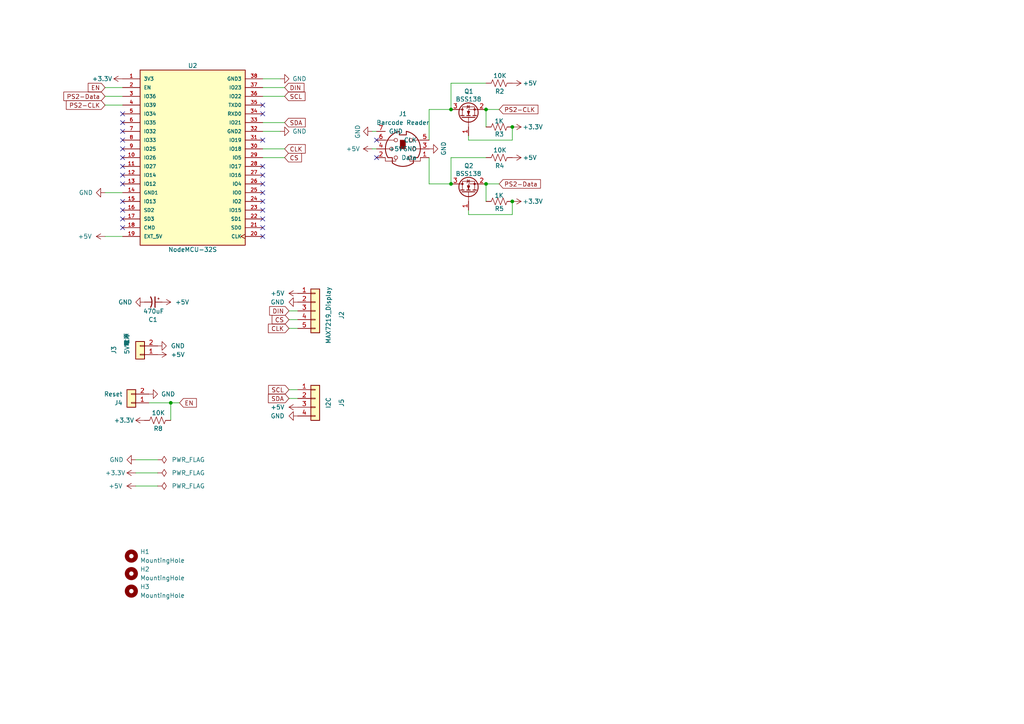
<source format=kicad_sch>
(kicad_sch (version 20211123) (generator eeschema)
  (paper "A4")
  (lib_symbols
    (symbol "Connector:Mini-DIN-6" (pin_names (offset 1.016))
      (property "Reference" "J1" (at 0.0177 10.16 0))
      (property "Value" "Barcode Reader" (at 0.0177 7.62 0))
      (symbol "Mini-DIN-6_0_1"
        (circle (center -3.302 0) (radius 0.508))
        (arc (start -3.048 -4.064) (mid 0 -5.08) (end 3.048 -4.064) (stroke (width 0.254)))
        (circle (center -2.032 -2.54) (radius 0.508))
        (circle (center -2.032 2.54) (radius 0.508))
        (arc (start -1.016 5.08) (mid -4.6228 2.1214) (end -4.318 -2.54) (stroke (width 0.254)))
        (rectangle (start -0.762 2.54) (end 0.762 0) (fill (type outline)))
        (polyline (pts (xy -3.81 0) (xy -5.08 0)))
        (polyline (pts (xy -2.54 2.54) (xy -5.08 2.54)))
        (polyline (pts (xy 2.794 2.54) (xy 5.08 2.54)))
        (polyline (pts (xy 5.08 0) (xy 3.81 0)))
        (polyline (pts (xy -4.318 -2.54) (xy -3.048 -2.54) (xy -3.048 -4.064)) (stroke (width 0.254)))
        (polyline (pts (xy 4.318 -2.54) (xy 3.048 -2.54) (xy 3.048 -4.064)) (stroke (width 0.254)))
        (polyline (pts (xy -2.032 -3.048) (xy -2.032 -3.556) (xy -5.08 -3.556) (xy -5.08 -2.54)))
        (polyline (pts (xy -1.016 5.08) (xy -1.016 4.064) (xy 1.016 4.064) (xy 1.016 5.08)) (stroke (width 0.254)))
        (polyline (pts (xy 2.032 -3.048) (xy 2.032 -3.556) (xy 5.08 -3.556) (xy 5.08 -2.54)))
        (circle (center 2.032 -2.54) (radius 0.508))
        (circle (center 2.286 2.54) (radius 0.508))
        (circle (center 3.302 0) (radius 0.508))
        (arc (start 4.318 -2.54) (mid 4.6661 2.1322) (end 1.016 5.08) (stroke (width 0.254)))
      )
      (symbol "Mini-DIN-6_1_1"
        (pin passive line (at 7.62 -2.54 180) (length 2.54) (name "Data") (number "1"))
        (pin passive line (at -7.62 -2.54 0) (length 2.54) (name "~") (number "2"))
        (pin passive line (at 7.62 0 180) (length 2.54) (name "GND") (number "3"))
        (pin passive line (at -7.62 0 0) (length 2.54) (name "+5V") (number "4"))
        (pin passive line (at 7.62 2.54 180) (length 2.54) (name "CLK") (number "5"))
        (pin passive line (at -7.62 2.54 0) (length 2.54) (name "~") (number "6"))
        (pin passive line (at -7.62 5.08 0) (length 2.54) (name "GND") (number "7"))
      )
    )
    (symbol "Connector_Generic:Conn_01x02" (pin_names (offset 1.016) hide)
      (property "Reference" "J" (at 0 2.54 0))
      (property "Value" "Conn_01x02" (at 0 -5.08 0))
      (symbol "Conn_01x02_1_1"
        (rectangle (start -1.27 -2.413) (end 0 -2.667) (stroke (width 0.1524)))
        (rectangle (start -1.27 0.127) (end 0 -0.127) (stroke (width 0.1524)))
        (rectangle (start -1.27 1.27) (end 1.27 -3.81) (stroke (width 0.254)) (fill (type background)))
        (pin passive line (at -5.08 0 0) (length 3.81) (name "Pin_1") (number "1"))
        (pin passive line (at -5.08 -2.54 0) (length 3.81) (name "Pin_2") (number "2"))
      )
    )
    (symbol "Connector_Generic:Conn_01x04" (pin_names (offset 1.016) hide)
      (property "Reference" "J" (at 0 5.08 0))
      (property "Value" "Conn_01x04" (at 0 -7.62 0))
      (symbol "Conn_01x04_1_1"
        (rectangle (start -1.27 -4.953) (end 0 -5.207) (stroke (width 0.1524)))
        (rectangle (start -1.27 -2.413) (end 0 -2.667) (stroke (width 0.1524)))
        (rectangle (start -1.27 0.127) (end 0 -0.127) (stroke (width 0.1524)))
        (rectangle (start -1.27 2.667) (end 0 2.413) (stroke (width 0.1524)))
        (rectangle (start -1.27 3.81) (end 1.27 -6.35) (stroke (width 0.254)) (fill (type background)))
        (pin passive line (at -5.08 2.54 0) (length 3.81) (name "Pin_1") (number "1"))
        (pin passive line (at -5.08 0 0) (length 3.81) (name "Pin_2") (number "2"))
        (pin passive line (at -5.08 -2.54 0) (length 3.81) (name "Pin_3") (number "3"))
        (pin passive line (at -5.08 -5.08 0) (length 3.81) (name "Pin_4") (number "4"))
      )
    )
    (symbol "Connector_Generic:Conn_01x05" (pin_names (offset 1.016) hide)
      (property "Reference" "J" (at 0 7.62 0))
      (property "Value" "Conn_01x05" (at 0 -7.62 0))
      (symbol "Conn_01x05_1_1"
        (rectangle (start -1.27 -4.953) (end 0 -5.207) (stroke (width 0.1524)))
        (rectangle (start -1.27 -2.413) (end 0 -2.667) (stroke (width 0.1524)))
        (rectangle (start -1.27 0.127) (end 0 -0.127) (stroke (width 0.1524)))
        (rectangle (start -1.27 2.667) (end 0 2.413) (stroke (width 0.1524)))
        (rectangle (start -1.27 5.207) (end 0 4.953) (stroke (width 0.1524)))
        (rectangle (start -1.27 6.35) (end 1.27 -6.35) (stroke (width 0.254)) (fill (type background)))
        (pin passive line (at -5.08 5.08 0) (length 3.81) (name "Pin_1") (number "1"))
        (pin passive line (at -5.08 2.54 0) (length 3.81) (name "Pin_2") (number "2"))
        (pin passive line (at -5.08 0 0) (length 3.81) (name "Pin_3") (number "3"))
        (pin passive line (at -5.08 -2.54 0) (length 3.81) (name "Pin_4") (number "4"))
        (pin passive line (at -5.08 -5.08 0) (length 3.81) (name "Pin_5") (number "5"))
      )
    )
    (symbol "Device:C_Polarized_Small_US" (pin_numbers hide) (pin_names (offset 0.254) hide)
      (property "Reference" "C" (at 0.254 1.778 0))
      (property "Value" "C_Polarized_Small_US" (at 0.254 -2.032 0))
      (symbol "C_Polarized_Small_US_0_1"
        (polyline (pts (xy -1.524 0.508) (xy 1.524 0.508)) (stroke (width 0.3048)))
        (polyline (pts (xy -1.27 1.524) (xy -0.762 1.524)))
        (polyline (pts (xy -1.016 1.27) (xy -1.016 1.778)))
        (arc (start 1.524 -0.762) (mid 0 -0.3734) (end -1.524 -0.762) (stroke (width 0.3048)))
      )
      (symbol "C_Polarized_Small_US_1_1"
        (pin passive line (at 0 2.54 270) (length 2.032) (name "~") (number "1"))
        (pin passive line (at 0 -2.54 90) (length 2.032) (name "~") (number "2"))
      )
    )
    (symbol "Device:R_US" (pin_numbers hide) (pin_names (offset 0))
      (property "Reference" "R" (at 2.54 0 90))
      (property "Value" "R_US" (at -2.54 0 90))
      (symbol "R_US_0_1"
        (polyline (pts (xy 0 -2.286) (xy 0 -2.54)))
        (polyline (pts (xy 0 2.286) (xy 0 2.54)))
        (polyline (pts (xy 0 -0.762) (xy 1.016 -1.143) (xy 0 -1.524) (xy -1.016 -1.905) (xy 0 -2.286)))
        (polyline (pts (xy 0 0.762) (xy 1.016 0.381) (xy 0 0) (xy -1.016 -0.381) (xy 0 -0.762)))
        (polyline (pts (xy 0 2.286) (xy 1.016 1.905) (xy 0 1.524) (xy -1.016 1.143) (xy 0 0.762)))
      )
      (symbol "R_US_1_1"
        (pin passive line (at 0 3.81 270) (length 1.27) (name "~") (number "1"))
        (pin passive line (at 0 -3.81 90) (length 1.27) (name "~") (number "2"))
      )
    )
    (symbol "ESP32-DEVKITC:ESP32-DEVKITC" (pin_names (offset 1.016))
      (property "Reference" "U3" (at 0 26.67 0))
      (property "Value" "NodeMCU-32S" (at 0 -26.67 0))
      (symbol "ESP32-DEVKITC_0_0"
        (rectangle (start -15.24 -25.4) (end 15.24 25.4) (stroke (width 0.254)) (fill (type background)))
        (pin power_in line (at -20.32 22.86 0) (length 5.08) (name "3V3") (number "1"))
        (pin bidirectional line (at -20.32 0 0) (length 5.08) (name "IO26") (number "10"))
        (pin bidirectional line (at -20.32 -2.54 0) (length 5.08) (name "IO27") (number "11"))
        (pin bidirectional line (at -20.32 -5.08 0) (length 5.08) (name "IO14") (number "12"))
        (pin bidirectional line (at -20.32 -7.62 0) (length 5.08) (name "IO12") (number "13"))
        (pin power_in line (at -20.32 -10.16 0) (length 5.08) (name "GND1") (number "14"))
        (pin bidirectional line (at -20.32 -12.7 0) (length 5.08) (name "IO13") (number "15"))
        (pin bidirectional line (at -20.32 -15.24 0) (length 5.08) (name "SD2") (number "16"))
        (pin bidirectional line (at -20.32 -17.78 0) (length 5.08) (name "SD3") (number "17"))
        (pin bidirectional line (at -20.32 -20.32 0) (length 5.08) (name "CMD") (number "18"))
        (pin power_in line (at -20.32 -22.86 0) (length 5.08) (name "EXT_5V") (number "19"))
        (pin input line (at -20.32 20.32 0) (length 5.08) (name "EN") (number "2"))
        (pin input clock (at 20.32 -22.86 180) (length 5.08) (name "CLK") (number "20"))
        (pin bidirectional line (at 20.32 -20.32 180) (length 5.08) (name "SD0") (number "21"))
        (pin bidirectional line (at 20.32 -17.78 180) (length 5.08) (name "SD1") (number "22"))
        (pin bidirectional line (at 20.32 -15.24 180) (length 5.08) (name "IO15") (number "23"))
        (pin bidirectional line (at 20.32 -12.7 180) (length 5.08) (name "IO2") (number "24"))
        (pin bidirectional line (at 20.32 -10.16 180) (length 5.08) (name "IO0") (number "25"))
        (pin bidirectional line (at 20.32 -7.62 180) (length 5.08) (name "IO4") (number "26"))
        (pin bidirectional line (at 20.32 -5.08 180) (length 5.08) (name "IO16") (number "27"))
        (pin bidirectional line (at 20.32 -2.54 180) (length 5.08) (name "IO17") (number "28"))
        (pin bidirectional line (at 20.32 0 180) (length 5.08) (name "IO5") (number "29"))
        (pin input line (at -20.32 17.78 0) (length 5.08) (name "IO36") (number "3"))
        (pin bidirectional line (at 20.32 2.54 180) (length 5.08) (name "IO18") (number "30"))
        (pin bidirectional line (at 20.32 5.08 180) (length 5.08) (name "IO19") (number "31"))
        (pin power_in line (at 20.32 7.62 180) (length 5.08) (name "GND2") (number "32"))
        (pin bidirectional line (at 20.32 10.16 180) (length 5.08) (name "IO21") (number "33"))
        (pin input line (at 20.32 12.7 180) (length 5.08) (name "RXD0") (number "34"))
        (pin output line (at 20.32 15.24 180) (length 5.08) (name "TXD0") (number "35"))
        (pin bidirectional line (at 20.32 17.78 180) (length 5.08) (name "IO22") (number "36"))
        (pin bidirectional line (at 20.32 20.32 180) (length 5.08) (name "IO23") (number "37"))
        (pin power_in line (at 20.32 22.86 180) (length 5.08) (name "GND3") (number "38"))
        (pin input line (at -20.32 15.24 0) (length 5.08) (name "IO39") (number "4"))
        (pin bidirectional line (at -20.32 12.7 0) (length 5.08) (name "IO34") (number "5"))
        (pin bidirectional line (at -20.32 10.16 0) (length 5.08) (name "IO35") (number "6"))
        (pin bidirectional line (at -20.32 7.62 0) (length 5.08) (name "IO32") (number "7"))
        (pin bidirectional line (at -20.32 5.08 0) (length 5.08) (name "IO33") (number "8"))
        (pin bidirectional line (at -20.32 2.54 0) (length 5.08) (name "IO25") (number "9"))
      )
    )
    (symbol "MountingHole_1" (pin_numbers hide) (pin_names (offset 1.016) hide)
      (property "Reference" "H" (at 0 5.08 0))
      (property "Value" "MountingHole_1" (at 0 3.175 0))
      (symbol "MountingHole_1_0_1"
        (circle (center 0 0) (radius 1.27) (stroke (width 1.27)))
      )
    )
    (symbol "MountingHole_2" (pin_numbers hide) (pin_names (offset 1.016) hide)
      (property "Reference" "H" (at 0 5.08 0))
      (property "Value" "MountingHole_2" (at 0 3.175 0))
      (symbol "MountingHole_2_0_1"
        (circle (center 0 0) (radius 1.27) (stroke (width 1.27)))
      )
    )
    (symbol "Transistor_FET:BSS138" (pin_names hide)
      (property "Reference" "Q" (at 5.08 1.905 0))
      (property "Value" "BSS138" (at 5.08 0 0))
      (symbol "BSS138_0_1"
        (polyline (pts (xy 0.254 0) (xy -2.54 0)))
        (polyline (pts (xy 0.254 1.905) (xy 0.254 -1.905)) (stroke (width 0.254)))
        (polyline (pts (xy 0.762 -1.27) (xy 0.762 -2.286)) (stroke (width 0.254)))
        (polyline (pts (xy 0.762 0.508) (xy 0.762 -0.508)) (stroke (width 0.254)))
        (polyline (pts (xy 0.762 2.286) (xy 0.762 1.27)) (stroke (width 0.254)))
        (polyline (pts (xy 2.54 2.54) (xy 2.54 1.778)))
        (polyline (pts (xy 2.54 -2.54) (xy 2.54 0) (xy 0.762 0)))
        (polyline (pts (xy 0.762 -1.778) (xy 3.302 -1.778) (xy 3.302 1.778) (xy 0.762 1.778)))
        (polyline (pts (xy 1.016 0) (xy 2.032 0.381) (xy 2.032 -0.381) (xy 1.016 0)) (fill (type outline)))
        (polyline (pts (xy 2.794 0.508) (xy 2.921 0.381) (xy 3.683 0.381) (xy 3.81 0.254)))
        (polyline (pts (xy 3.302 0.381) (xy 2.921 -0.254) (xy 3.683 -0.254) (xy 3.302 0.381)))
        (circle (center 1.651 0) (radius 2.794) (stroke (width 0.254)))
        (circle (center 2.54 -1.778) (radius 0.254) (fill (type outline)))
        (circle (center 2.54 1.778) (radius 0.254) (fill (type outline)))
      )
      (symbol "BSS138_1_1"
        (pin input line (at -5.08 0 0) (length 2.54) (name "G") (number "1"))
        (pin passive line (at 2.54 -5.08 90) (length 2.54) (name "S") (number "2"))
        (pin passive line (at 2.54 5.08 270) (length 2.54) (name "D") (number "3"))
      )
    )
    (symbol "power:+3.3V" (power) (pin_names (offset 0))
      (property "Value" "+3.3V" (at 0 3.556 0))
      (symbol "+3.3V_0_1"
        (polyline (pts (xy -0.762 1.27) (xy 0 2.54)))
        (polyline (pts (xy 0 0) (xy 0 2.54)))
        (polyline (pts (xy 0 2.54) (xy 0.762 1.27)))
      )
      (symbol "+3.3V_1_1"
        (pin power_in line (at 0 0 90) (length 0) hide (name "+3.3V") (number "1"))
      )
    )
    (symbol "power:+5V" (power) (pin_names (offset 0))
      (property "Value" "+5V" (at 0 3.556 0))
      (symbol "+5V_0_1"
        (polyline (pts (xy -0.762 1.27) (xy 0 2.54)))
        (polyline (pts (xy 0 0) (xy 0 2.54)))
        (polyline (pts (xy 0 2.54) (xy 0.762 1.27)))
      )
      (symbol "+5V_1_1"
        (pin power_in line (at 0 0 90) (length 0) hide (name "+5V") (number "1"))
      )
    )
    (symbol "power:GND" (power) (pin_names (offset 0))
      (property "Value" "GND" (at 0 -3.81 0))
      (symbol "GND_0_1"
        (polyline (pts (xy 0 0) (xy 0 -1.27) (xy 1.27 -1.27) (xy 0 -2.54) (xy -1.27 -1.27) (xy 0 -1.27)))
      )
      (symbol "GND_1_1"
        (pin power_in line (at 0 0 270) (length 0) hide (name "GND") (number "1"))
      )
    )
    (symbol "power:PWR_FLAG" (power) (pin_numbers hide) (pin_names (offset 0) hide)
      (property "Value" "PWR_FLAG" (at 0 3.81 0))
      (symbol "PWR_FLAG_0_0"
        (pin power_out line (at 0 0 90) (length 0) (name "pwr") (number "1"))
      )
      (symbol "PWR_FLAG_0_1"
        (polyline (pts (xy 0 0) (xy 0 1.27) (xy -1.016 1.905) (xy 0 2.54) (xy 1.016 1.905) (xy 0 1.27)))
      )
    )
  )
  (junction (at 130.81 31.75))
  (junction (at 148.59 58.42))
  (junction (at 49.53 116.84))
  (junction (at 140.97 53.34))
  (junction (at 130.81 53.34))
  (junction (at 140.97 31.75))
  (junction (at 148.59 36.83))
  (no_connect (at 76.2 40.64))
  (no_connect (at 76.2 50.8))
  (no_connect (at 35.56 33.02))
  (no_connect (at 35.56 40.64))
  (no_connect (at 35.56 53.34))
  (no_connect (at 35.56 43.18))
  (no_connect (at 35.56 45.72))
  (no_connect (at 35.56 48.26))
  (no_connect (at 35.56 50.8))
  (no_connect (at 35.56 63.5))
  (no_connect (at 35.56 60.96))
  (no_connect (at 35.56 66.04))
  (no_connect (at 76.2 58.42))
  (no_connect (at 76.2 55.88))
  (no_connect (at 76.2 53.34))
  (no_connect (at 76.2 60.96))
  (no_connect (at 76.2 68.58))
  (no_connect (at 76.2 66.04))
  (no_connect (at 76.2 63.5))
  (no_connect (at 76.2 30.48))
  (no_connect (at 76.2 33.02))
  (no_connect (at 76.2 48.26))
  (no_connect (at 35.56 35.56))
  (no_connect (at 35.56 38.1))
  (no_connect (at 109.22 45.72))
  (no_connect (at 109.22 40.64))
  (no_connect (at 35.56 58.42))
  (wire (pts (xy 76.2 27.94) (xy 82.55 27.94)))
  (wire (pts (xy 43.18 116.84) (xy 49.53 116.84)))
  (wire (pts (xy 81.28 38.1) (xy 76.2 38.1)))
  (wire (pts (xy 130.81 31.75) (xy 130.81 24.13)))
  (wire (pts (xy 83.82 115.57) (xy 86.36 115.57)))
  (wire (pts (xy 30.48 30.48) (xy 35.56 30.48)))
  (wire (pts (xy 140.97 53.34) (xy 144.78 53.34)))
  (wire (pts (xy 124.46 40.64) (xy 124.46 31.75)))
  (wire (pts (xy 76.2 35.56) (xy 82.55 35.56)))
  (wire (pts (xy 148.59 40.64) (xy 148.59 36.83)))
  (wire (pts (xy 39.37 140.97) (xy 45.72 140.97)))
  (wire (pts (xy 124.46 31.75) (xy 130.81 31.75)))
  (wire (pts (xy 39.37 137.16) (xy 45.72 137.16)))
  (wire (pts (xy 30.48 68.58) (xy 35.56 68.58)))
  (wire (pts (xy 76.2 43.18) (xy 82.55 43.18)))
  (wire (pts (xy 135.89 40.64) (xy 135.89 39.37)))
  (wire (pts (xy 30.48 55.88) (xy 35.56 55.88)))
  (wire (pts (xy 135.89 62.23) (xy 148.59 62.23)))
  (wire (pts (xy 135.89 62.23) (xy 135.89 60.96)))
  (wire (pts (xy 107.95 38.1) (xy 109.22 38.1)))
  (wire (pts (xy 140.97 45.72) (xy 130.81 45.72)))
  (wire (pts (xy 83.82 90.17) (xy 86.36 90.17)))
  (wire (pts (xy 83.82 92.71) (xy 86.36 92.71)))
  (wire (pts (xy 130.81 53.34) (xy 130.81 45.72)))
  (wire (pts (xy 107.95 43.18) (xy 109.22 43.18)))
  (wire (pts (xy 140.97 31.75) (xy 140.97 36.83)))
  (wire (pts (xy 148.59 62.23) (xy 148.59 58.42)))
  (wire (pts (xy 49.53 116.84) (xy 49.53 121.92)))
  (wire (pts (xy 30.48 27.94) (xy 35.56 27.94)))
  (wire (pts (xy 124.46 53.34) (xy 130.81 53.34)))
  (wire (pts (xy 83.82 113.03) (xy 86.36 113.03)))
  (wire (pts (xy 52.07 116.84) (xy 49.53 116.84)))
  (wire (pts (xy 135.89 40.64) (xy 148.59 40.64)))
  (wire (pts (xy 30.48 25.4) (xy 35.56 25.4)))
  (wire (pts (xy 76.2 45.72) (xy 82.55 45.72)))
  (wire (pts (xy 39.37 133.35) (xy 45.72 133.35)))
  (wire (pts (xy 140.97 24.13) (xy 130.81 24.13)))
  (wire (pts (xy 140.97 31.75) (xy 144.78 31.75)))
  (wire (pts (xy 83.82 95.25) (xy 86.36 95.25)))
  (wire (pts (xy 124.46 45.72) (xy 124.46 53.34)))
  (wire (pts (xy 81.28 22.86) (xy 76.2 22.86)))
  (wire (pts (xy 76.2 25.4) (xy 82.55 25.4)))
  (wire (pts (xy 140.97 53.34) (xy 140.97 58.42)))
  (global_label "SCL" (shape input) (at 82.55 27.94 0) (property "Intersheet References" "${INTERSHEET_REFS}" (effects hide)))
  (global_label "EN" (shape input) (at 30.48 25.4 180) (property "Intersheet References" "${INTERSHEET_REFS}" (effects hide)))
  (global_label "CS" (shape input) (at 83.82 92.71 180) (property "Intersheet References" "${INTERSHEET_REFS}" (effects hide)))
  (global_label "CS" (shape input) (at 82.55 45.72 0) (property "Intersheet References" "${INTERSHEET_REFS}" (effects hide)))
  (global_label "PS2-CLK" (shape input) (at 30.48 30.48 180) (property "Intersheet References" "${INTERSHEET_REFS}" (effects hide)))
  (global_label "SCL" (shape input) (at 83.82 113.03 180) (property "Intersheet References" "${INTERSHEET_REFS}" (effects hide)))
  (global_label "SDA" (shape input) (at 83.82 115.57 180) (property "Intersheet References" "${INTERSHEET_REFS}" (effects hide)))
  (global_label "PS2-Data" (shape input) (at 30.48 27.94 180) (property "Intersheet References" "${INTERSHEET_REFS}" (effects hide)))
  (global_label "PS2-CLK" (shape input) (at 144.78 31.75 0) (property "Intersheet References" "${INTERSHEET_REFS}" (effects hide)))
  (global_label "CLK" (shape input) (at 83.82 95.25 180) (property "Intersheet References" "${INTERSHEET_REFS}" (effects hide)))
  (global_label "PS2-Data" (shape input) (at 144.78 53.34 0) (property "Intersheet References" "${INTERSHEET_REFS}" (effects hide)))
  (global_label "DIN" (shape input) (at 82.55 25.4 0) (property "Intersheet References" "${INTERSHEET_REFS}" (effects hide)))
  (global_label "DIN" (shape input) (at 83.82 90.17 180) (property "Intersheet References" "${INTERSHEET_REFS}" (effects hide)))
  (global_label "SDA" (shape input) (at 82.55 35.56 0) (property "Intersheet References" "${INTERSHEET_REFS}" (effects hide)))
  (global_label "CLK" (shape input) (at 82.55 43.18 0) (property "Intersheet References" "${INTERSHEET_REFS}" (effects hide)))
  (global_label "EN" (shape input) (at 52.07 116.84 0) (property "Intersheet References" "${INTERSHEET_REFS}" (effects hide)))
  (symbol (lib_id "power:GND") (at 43.18 114.3 90) (unit 1)
    (property "Reference" "#PWR031" (effects hide))
    (property "Value" "GND" (at 50.8 114.3 90) (effects (justify left)))
  )
  (symbol (lib_id "power:PWR_FLAG") (at 45.72 133.35 270) (unit 1)
    (property "Reference" "#FLG0104" (effects hide))
    (property "Value" "PWR_FLAG" (at 54.61 133.35 90))
  )
  (symbol (lib_id "Device:R_US") (at 144.78 45.72 270) (unit 1)
    (property "Reference" "R4" (at 146.2935 48.1003 90) (effects (justify right)))
    (property "Value" "10K" (at 146.9432 43.5524 90) (effects (justify right)))
    (property "Footprint" "Resistor_SMD:R_0805_2012Metric_Pad1.20x1.40mm_HandSolder" (effects hide))
  )
  (symbol (lib_name "MountingHole_2") (lib_id "Mechanical:MountingHole") (at 38.1 171.45 0) (unit 1)
    (property "Reference" "H3" (at 40.64 170.1799 0) (effects (justify left)))
    (property "Value" "MountingHole" (at 40.64 172.7199 0) (effects (justify left)))
    (property "Footprint" "MountingHole:MountingHole_3.2mm_M3_Pad_Via" (effects hide))
  )
  (symbol (lib_id "power:PWR_FLAG") (at 45.72 137.16 270) (unit 1)
    (property "Reference" "#FLG0103" (effects hide))
    (property "Value" "PWR_FLAG" (at 54.61 137.16 90))
  )
  (symbol (lib_id "power:GND") (at 107.95 38.1 270) (unit 1)
    (property "Reference" "#PWR0103" (effects hide))
    (property "Value" "GND" (at 103.7396 40.2481 0) (effects (justify right)))
  )
  (symbol (lib_id "power:GND") (at 86.36 120.65 270) (unit 1)
    (property "Reference" "#PWR09" (effects hide))
    (property "Value" "GND" (at 82.55 120.6499 90) (effects (justify right)))
  )
  (symbol (lib_id "Device:R_US") (at 45.72 121.92 270) (unit 1)
    (property "Reference" "R8" (at 47.2335 124.3003 90) (effects (justify right)))
    (property "Value" "10K" (at 47.8832 119.7524 90) (effects (justify right)))
    (property "Footprint" "Resistor_SMD:R_0805_2012Metric_Pad1.20x1.40mm_HandSolder" (effects hide))
  )
  (symbol (lib_id "power:GND") (at 30.48 55.88 270) (unit 1)
    (property "Reference" "#PWR03" (effects hide))
    (property "Value" "GND" (at 22.86 55.88 90) (effects (justify left)))
  )
  (symbol (lib_id "power:+3.3V") (at 148.59 58.42 270) (unit 1)
    (property "Reference" "#PWR023" (effects hide))
    (property "Value" "+3.3V" (at 157.48 58.42 90) (effects (justify right)))
  )
  (symbol (lib_id "Connector:Mini-DIN-6") (at 116.84 43.18 0) (unit 1)
    (property "Reference" "J1" (at 116.8577 33.02 0))
    (property "Value" "Barcode Reader" (at 116.8577 35.56 0))
    (property "Footprint" "Library:Connector_Mini-DIN_Female_6Pin_2rows" (effects hide))
    (property "Datasheet" "http://service.powerdynamics.com/ec/Catalog17/Section%2011.pdf" (effects hide))
  )
  (symbol (lib_id "power:GND") (at 45.72 100.33 90) (unit 1)
    (property "Reference" "#PWR0102" (effects hide))
    (property "Value" "GND" (at 49.53 100.3299 90) (effects (justify right)))
  )
  (symbol (lib_id "power:+5V") (at 86.36 118.11 90) (unit 1)
    (property "Reference" "#PWR08" (effects hide))
    (property "Value" "+5V" (at 82.55 118.1101 90) (effects (justify left)))
  )
  (symbol (lib_id "power:+5V") (at 30.48 68.58 90) (unit 1)
    (property "Reference" "#PWR04" (effects hide))
    (property "Value" "+5V" (at 26.67 68.5799 90) (effects (justify left)))
  )
  (symbol (lib_id "power:+5V") (at 148.59 45.72 270) (unit 1)
    (property "Reference" "#PWR022" (effects hide))
    (property "Value" "+5V" (at 153.67 45.72 90))
  )
  (symbol (lib_id "power:+5V") (at 148.59 24.13 270) (unit 1)
    (property "Reference" "#PWR020" (effects hide))
    (property "Value" "+5V" (at 153.67 24.13 90))
  )
  (symbol (lib_id "power:GND") (at 81.28 38.1 90) (unit 1)
    (property "Reference" "#PWR013" (effects hide))
    (property "Value" "GND" (at 88.9 38.1 90) (effects (justify left)))
  )
  (symbol (lib_id "Connector_Generic:Conn_01x05") (at 91.44 90.17 0) (unit 1)
    (property "Reference" "J2" (at 99.06 91.44 90))
    (property "Value" "MAX7219_Display" (at 95.25 91.44 90))
    (property "Footprint" "Connector_Molex:Molex_KK-254_AE-6410-04A_1x04_P2.54mm_Vertical" (effects hide))
  )
  (symbol (lib_id "power:GND") (at 39.37 133.35 270) (unit 1)
    (property "Reference" "#PWR0107" (effects hide))
    (property "Value" "GND" (at 31.75 133.35 90) (effects (justify left)))
  )
  (symbol (lib_id "power:GND") (at 86.36 87.63 270) (unit 1)
    (property "Reference" "#PWR027" (effects hide))
    (property "Value" "GND" (at 82.55 87.6299 90) (effects (justify right)))
  )
  (symbol (lib_id "power:+5V") (at 107.95 43.18 90) (unit 1)
    (property "Reference" "#PWR014" (effects hide))
    (property "Value" "+5V" (at 100.33 43.18 90) (effects (justify right)))
  )
  (symbol (lib_id "Connector_Generic:Conn_01x04") (at 91.44 115.57 0) (unit 1)
    (property "Reference" "J5" (at 99.06 116.84 90))
    (property "Value" "I2C" (at 95.25 116.84 90))
    (property "Footprint" "Connector_Molex:Molex_KK-254_AE-6410-04A_1x04_P2.54mm_Vertical" (effects hide))
  )
  (symbol (lib_id "Device:R_US") (at 144.78 36.83 270) (unit 1)
    (property "Reference" "R3" (at 144.8317 38.9358 90))
    (property "Value" "1K" (at 144.7505 35.1188 90))
    (property "Footprint" "Resistor_SMD:R_0805_2012Metric_Pad1.20x1.40mm_HandSolder" (effects hide))
  )
  (symbol (lib_id "Device:C_Polarized_Small_US") (at 44.45 87.63 270) (unit 1)
    (property "Reference" "C1" (at 45.72 92.71 90) (effects (justify right)))
    (property "Value" "470uF" (at 47.599 90.2974 90) (effects (justify right)))
    (property "Footprint" "Capacitor_THT:CP_Radial_D10.0mm_P5.00mm" (effects hide))
  )
  (symbol (lib_id "power:PWR_FLAG") (at 45.72 140.97 270) (unit 1)
    (property "Reference" "#FLG0101" (effects hide))
    (property "Value" "PWR_FLAG" (at 54.61 140.97 90))
  )
  (symbol (lib_id "Connector_Generic:Conn_01x02") (at 40.64 102.87 180) (unit 1)
    (property "Reference" "J3" (at 33.02 100.33 90) (effects (justify left)))
    (property "Value" "5V電源" (at 36.83 96.52 90) (effects (justify left)))
    (property "Footprint" "TerminalBlock_Phoenix:TerminalBlock_Phoenix_MKDS-1,5-2-5.08_1x02_P5.08mm_Horizontal" (effects hide))
  )
  (symbol (lib_id "power:+3.3V") (at 41.91 121.92 90) (unit 1)
    (property "Reference" "#PWR026" (effects hide))
    (property "Value" "+3.3V" (at 33.02 121.92 90) (effects (justify right)))
  )
  (symbol (lib_id "power:+5V") (at 86.36 85.09 90) (unit 1)
    (property "Reference" "#PWR028" (effects hide))
    (property "Value" "+5V" (at 82.55 85.0901 90) (effects (justify left)))
  )
  (symbol (lib_id "power:GND") (at 124.46 43.18 90) (unit 1)
    (property "Reference" "#PWR017" (effects hide))
    (property "Value" "GND" (at 128.6704 41.0319 0) (effects (justify right)))
  )
  (symbol (lib_name "MountingHole_1") (lib_id "Mechanical:MountingHole") (at 38.1 161.29 0) (unit 1)
    (property "Reference" "H1" (at 40.64 160.0199 0) (effects (justify left)))
    (property "Value" "MountingHole" (at 40.64 162.5599 0) (effects (justify left)))
    (property "Footprint" "MountingHole:MountingHole_3.2mm_M3_Pad_Via" (effects hide))
  )
  (symbol (lib_id "power:GND") (at 41.91 87.63 270) (unit 1)
    (property "Reference" "#PWR01" (effects hide))
    (property "Value" "GND" (at 34.29 87.63 90) (effects (justify left)))
  )
  (symbol (lib_id "Device:R_US") (at 144.78 24.13 270) (unit 1)
    (property "Reference" "R2" (at 146.2935 26.5103 90) (effects (justify right)))
    (property "Value" "10K" (at 146.9432 21.9624 90) (effects (justify right)))
    (property "Footprint" "Resistor_SMD:R_0805_2012Metric_Pad1.20x1.40mm_HandSolder" (effects hide))
  )
  (symbol (lib_id "power:+5V") (at 45.72 102.87 270) (unit 1)
    (property "Reference" "#PWR05" (effects hide))
    (property "Value" "+5V" (at 49.53 102.8701 90) (effects (justify left)))
  )
  (symbol (lib_id "power:+3.3V") (at 39.37 137.16 90) (unit 1)
    (property "Reference" "#PWR0105" (effects hide))
    (property "Value" "+3.3V" (at 30.48 137.16 90) (effects (justify right)))
  )
  (symbol (lib_id "power:+5V") (at 46.99 87.63 270) (unit 1)
    (property "Reference" "#PWR06" (effects hide))
    (property "Value" "+5V" (at 50.8 87.6301 90) (effects (justify left)))
  )
  (symbol (lib_id "Connector_Generic:Conn_01x02") (at 38.1 116.84 180) (unit 1)
    (property "Reference" "J4" (at 35.56 116.8401 0) (effects (justify left)))
    (property "Value" "Reset" (at 35.56 114.3 0) (effects (justify left)))
    (property "Footprint" "Connector_Molex:Molex_KK-254_AE-6410-02A_1x02_P2.54mm_Vertical" (effects hide))
  )
  (symbol (lib_id "power:+3.3V") (at 148.59 36.83 270) (unit 1)
    (property "Reference" "#PWR021" (effects hide))
    (property "Value" "+3.3V" (at 157.48 36.83 90) (effects (justify right)))
  )
  (symbol (lib_id "Transistor_FET:BSS138") (at 135.89 34.29 90) (unit 1)
    (property "Reference" "Q1" (at 135.9795 26.5103 90))
    (property "Value" "BSS138" (at 135.8983 28.7843 90))
    (property "Footprint" "Package_TO_SOT_SMD:SOT-23" (effects hide))
    (property "Datasheet" "https://www.onsemi.com/pub/Collateral/BSS138-D.PDF" (effects hide))
  )
  (symbol (lib_id "power:+3.3V") (at 35.56 22.86 90) (unit 1)
    (property "Reference" "#PWR07" (effects hide))
    (property "Value" "+3.3V" (at 26.67 22.86 90) (effects (justify right)))
  )
  (symbol (lib_id "power:GND") (at 81.28 22.86 90) (unit 1)
    (property "Reference" "#PWR012" (effects hide))
    (property "Value" "GND" (at 88.9 22.86 90) (effects (justify left)))
  )
  (symbol (lib_id "Device:R_US") (at 144.78 58.42 270) (unit 1)
    (property "Reference" "R5" (at 144.8317 60.5258 90))
    (property "Value" "1K" (at 144.7505 56.7088 90))
    (property "Footprint" "Resistor_SMD:R_0805_2012Metric_Pad1.20x1.40mm_HandSolder" (effects hide))
  )
  (symbol (lib_name "MountingHole_2") (lib_id "Mechanical:MountingHole") (at 38.1 166.37 0) (unit 1)
    (property "Reference" "H2" (at 40.64 165.0999 0) (effects (justify left)))
    (property "Value" "MountingHole" (at 40.64 167.6399 0) (effects (justify left)))
    (property "Footprint" "MountingHole:MountingHole_3.2mm_M3_Pad_Via" (effects hide))
  )
  (symbol (lib_id "ESP32-DEVKITC:ESP32-DEVKITC") (at 55.88 45.72 0) (unit 1)
    (property "Reference" "U2" (at 55.88 19.05 0))
    (property "Value" "NodeMCU-32S" (at 55.88 72.39 0))
    (property "Footprint" "Library:MODULE_ESP32-DEVKITC" (effects hide))
    (property "STANDARD" "Manufacturer Recommendations" (effects hide))
    (property "MANUFACTURER" "ESPRESSIF" (effects hide))
    (property "PARTREV" "N/A" (effects hide))
  )
  (symbol (lib_id "power:+5V") (at 39.37 140.97 90) (unit 1)
    (property "Reference" "#PWR02" (effects hide))
    (property "Value" "+5V" (at 35.56 140.9699 90) (effects (justify left)))
  )
  (symbol (lib_id "Transistor_FET:BSS138") (at 135.89 55.88 90) (unit 1)
    (property "Reference" "Q2" (at 135.9795 48.1003 90))
    (property "Value" "BSS138" (at 135.8983 50.3743 90))
    (property "Footprint" "Package_TO_SOT_SMD:SOT-23" (effects hide))
    (property "Datasheet" "https://www.onsemi.com/pub/Collateral/BSS138-D.PDF" (effects hide))
  )
)
</source>
